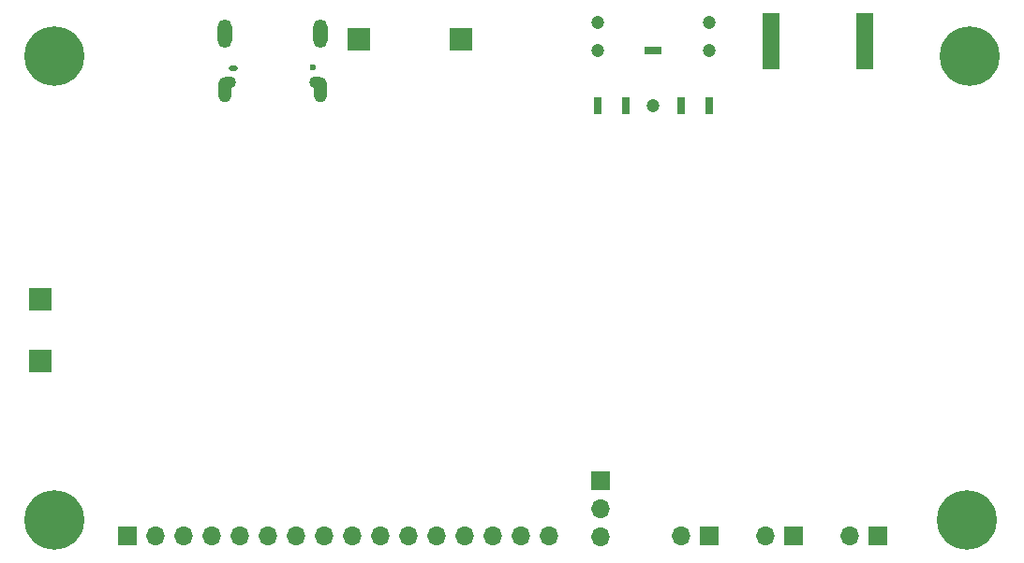
<source format=gbs>
G04 #@! TF.GenerationSoftware,KiCad,Pcbnew,(5.0.0)*
G04 #@! TF.CreationDate,2019-03-22T21:45:25+01:00*
G04 #@! TF.ProjectId,rf-receiver,72662D72656365697665722E6B696361,rev?*
G04 #@! TF.SameCoordinates,Original*
G04 #@! TF.FileFunction,Soldermask,Bot*
G04 #@! TF.FilePolarity,Negative*
%FSLAX46Y46*%
G04 Gerber Fmt 4.6, Leading zero omitted, Abs format (unit mm)*
G04 Created by KiCad (PCBNEW (5.0.0)) date 03/22/19 21:45:25*
%MOMM*%
%LPD*%
G01*
G04 APERTURE LIST*
%ADD10R,2.000000X2.000000*%
%ADD11O,1.300000X2.600000*%
%ADD12C,0.600000*%
%ADD13O,0.850000X0.500000*%
%ADD14O,1.200000X2.300000*%
%ADD15O,1.350000X1.100000*%
%ADD16R,1.500000X0.800000*%
%ADD17C,1.200000*%
%ADD18R,0.800000X1.500000*%
%ADD19C,5.400000*%
%ADD20R,1.500000X5.080000*%
%ADD21R,1.700000X1.700000*%
%ADD22O,1.700000X1.700000*%
G04 APERTURE END LIST*
D10*
G04 #@! TO.C,-*
X108000000Y-65500000D03*
G04 #@! TD*
G04 #@! TO.C,+*
X98800000Y-65500000D03*
G04 #@! TD*
G04 #@! TO.C,W1*
X70000000Y-89000000D03*
G04 #@! TD*
G04 #@! TO.C,W2*
X70000000Y-94600000D03*
G04 #@! TD*
D11*
G04 #@! TO.C,J3*
X86680000Y-65000000D03*
X95320000Y-65000000D03*
D12*
X94600000Y-68050000D03*
D13*
X87400000Y-68115000D03*
D14*
X95320000Y-70050000D03*
D15*
X95000000Y-69400000D03*
X87000000Y-69400000D03*
D14*
X86680000Y-70050000D03*
G04 #@! TD*
D16*
G04 #@! TO.C,J1*
X125400000Y-66500000D03*
D17*
X130400000Y-64000000D03*
X130400000Y-66500000D03*
X120400000Y-64000000D03*
X120400000Y-66500000D03*
X125400000Y-71500000D03*
D18*
X127900000Y-71500000D03*
X122900000Y-71500000D03*
X130400000Y-71500000D03*
X120400000Y-71500000D03*
G04 #@! TD*
D19*
G04 #@! TO.C,MH2*
X154000000Y-67000000D03*
G04 #@! TD*
G04 #@! TO.C,MH4*
X71250000Y-109000000D03*
G04 #@! TD*
G04 #@! TO.C,MH3*
X153750000Y-109000000D03*
G04 #@! TD*
G04 #@! TO.C,MH1*
X71250000Y-67000000D03*
G04 #@! TD*
D20*
G04 #@! TO.C,J2*
X144500000Y-65700000D03*
X136000000Y-65700000D03*
G04 #@! TD*
D21*
G04 #@! TO.C,U2*
X77850000Y-110500000D03*
D22*
X80390000Y-110500000D03*
X82930000Y-110500000D03*
X85470000Y-110500000D03*
X88010000Y-110500000D03*
X90550000Y-110500000D03*
X93090000Y-110500000D03*
X95630000Y-110500000D03*
X98170000Y-110500000D03*
X100710000Y-110500000D03*
X103250000Y-110500000D03*
X105790000Y-110500000D03*
X108330000Y-110500000D03*
X110870000Y-110500000D03*
X113410000Y-110500000D03*
X115950000Y-110500000D03*
G04 #@! TD*
D21*
G04 #@! TO.C,SW2*
X145700000Y-110500000D03*
D22*
X143160000Y-110500000D03*
G04 #@! TD*
G04 #@! TO.C,SW3*
X135510000Y-110500000D03*
D21*
X138050000Y-110500000D03*
G04 #@! TD*
G04 #@! TO.C,SW1*
X130400000Y-110500000D03*
D22*
X127860000Y-110500000D03*
G04 #@! TD*
D21*
G04 #@! TO.C,P1*
X120600000Y-105500000D03*
D22*
X120600000Y-108040000D03*
X120600000Y-110580000D03*
G04 #@! TD*
M02*

</source>
